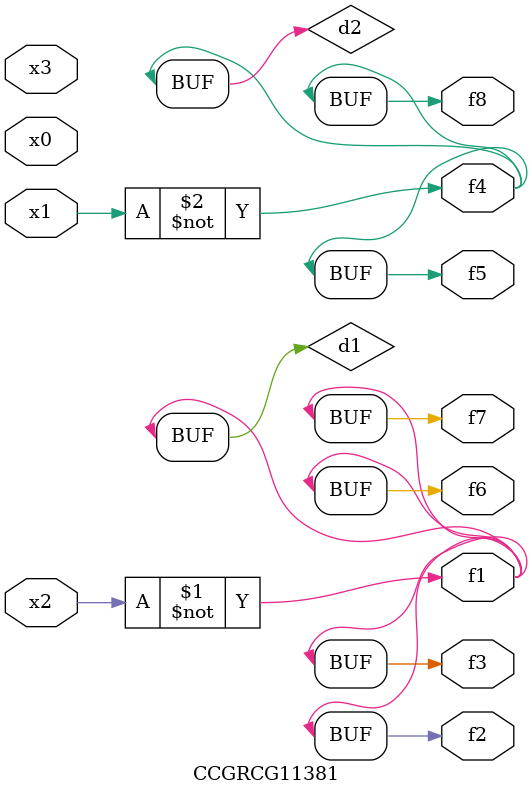
<source format=v>
module CCGRCG11381(
	input x0, x1, x2, x3,
	output f1, f2, f3, f4, f5, f6, f7, f8
);

	wire d1, d2;

	xnor (d1, x2);
	not (d2, x1);
	assign f1 = d1;
	assign f2 = d1;
	assign f3 = d1;
	assign f4 = d2;
	assign f5 = d2;
	assign f6 = d1;
	assign f7 = d1;
	assign f8 = d2;
endmodule

</source>
